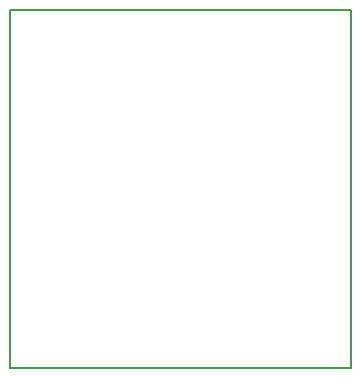
<source format=gm1>
G04 MADE WITH FRITZING*
G04 WWW.FRITZING.ORG*
G04 DOUBLE SIDED*
G04 HOLES PLATED*
G04 CONTOUR ON CENTER OF CONTOUR VECTOR*
%ASAXBY*%
%FSLAX23Y23*%
%MOIN*%
%OFA0B0*%
%SFA1.0B1.0*%
%ADD10R,1.143850X1.198730*%
%ADD11C,0.008000*%
%ADD10C,0.008*%
%LNCONTOUR*%
G90*
G70*
G54D10*
G54D11*
X4Y1195D02*
X1140Y1195D01*
X1140Y4D01*
X4Y4D01*
X4Y1195D01*
D02*
G04 End of contour*
M02*
</source>
